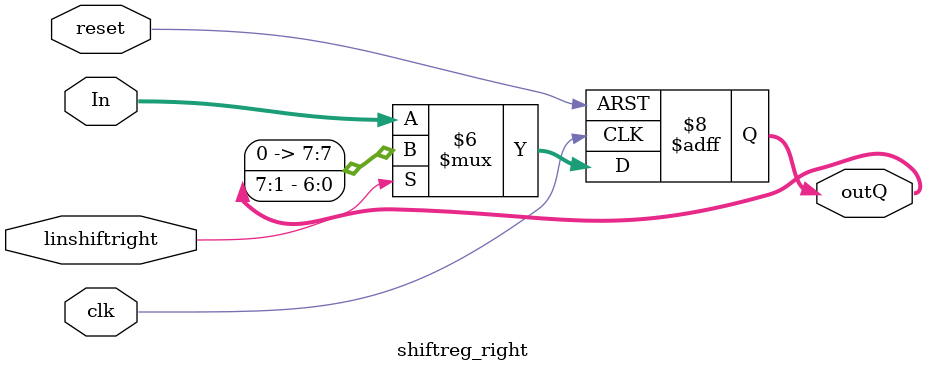
<source format=v>
module shiftreg_right(
    input [7:0] In,
    input clk,
    input reset,
    input linshiftright,
    output reg [7:0] outQ
);

always @(posedge clk or negedge reset) begin
    if (reset == 1'b0) begin
        outQ <= 8'b00000000;  
    end
    else if (linshiftright == 1'b1) begin
        outQ <= outQ >> 1;  
    end
    else begin
        outQ <= In;  
    end
end

endmodule
</source>
